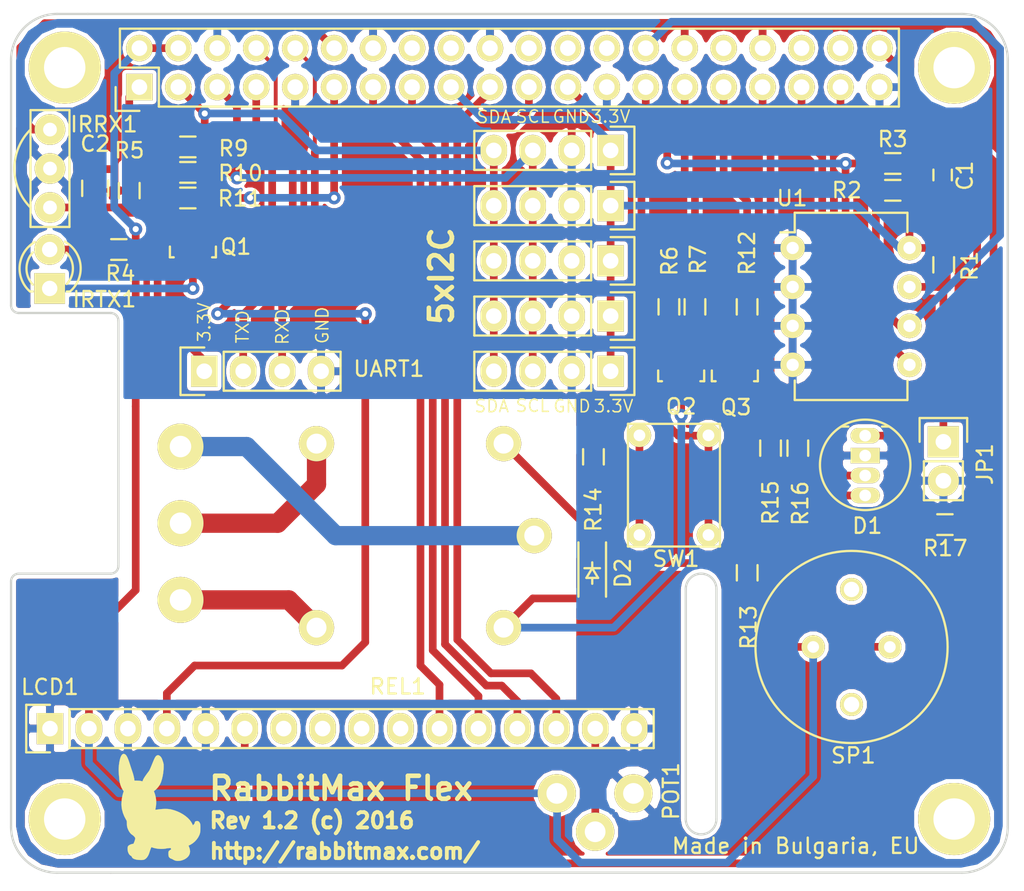
<source format=kicad_pcb>
(kicad_pcb (version 4) (host pcbnew 4.0.2+dfsg1-stable)
  (layers (0 F.Cu signal) (31 B.Cu signal) (34 B.Paste user hide) (35 F.Paste user hide) (36 B.SilkS user) (37 F.SilkS user) (38 B.Mask user hide) (39 F.Mask user hide) (44 Edge.Cuts user))
  (net 0 "")
  (net 1 GND)
  (net 2 +3V3)
  (net 3 "Net-(C2-Pad1)")
  (net 4 +5V)
  (net 5 "Net-(D2-Pad2)")
  (net 6 "Net-(Q1-Pad1)")
  (net 7 /D5)
  (net 8 /D6)
  (net 9 /D7)
  (net 10 /D4)
  (net 11 /EN)
  (net 12 /RS)
  (net 13 "Net-(JP1-Pad1)")
  (net 14 "Net-(Q2-Pad1)")
  (net 15 "Net-(Q3-Pad1)")
  (net 16 "Net-(Q3-Pad3)")
  (net 17 "Net-(R14-Pad1)")
  (net 18 /LED2)
  (net 19 /LED1)
  (net 20 "Net-(LCD1-Pad7)")
  (net 21 "Net-(LCD1-Pad8)")
  (net 22 "Net-(LCD1-Pad9)")
  (net 23 "Net-(LCD1-Pad10)")
  (net 24 "Net-(R2-Pad2)")
  (net 25 "Net-(R3-Pad2)")
  (net 26 "Net-(R9-Pad2)")
  (net 27 "Net-(R10-Pad2)")
  (net 28 "Net-(R12-Pad2)")
  (net 29 "Net-(RASP_CONN1-Pad23)")
  (net 30 "Net-(RASP_CONN1-Pad24)")
  (net 31 "Net-(RASP_CONN1-Pad26)")
  (net 32 "Net-(R7-Pad2)")
  (net 33 "Net-(RASP_CONN1-Pad38)")
  (net 34 "Net-(RASP_CONN1-Pad36)")
  (net 35 "Net-(RASP_CONN1-Pad32)")
  (net 36 "Net-(RASP_CONN1-Pad16)")
  (net 37 "Net-(RASP_CONN1-Pad18)")
  (net 38 "Net-(RASP_CONN1-Pad22)")
  (net 39 "Net-(D1-Pad1)")
  (net 40 "Net-(D1-Pad3)")
  (net 41 "Net-(D1-Pad4)")
  (net 42 /LED3)
  (net 43 /TXD)
  (net 44 /RXD)
  (net 45 "Net-(IRRX1-Pad1)")
  (net 46 "Net-(IRTX1-Pad1)")
  (net 47 "Net-(IRTX1-Pad2)")
  (net 48 "Net-(R11-Pad2)")
  (net 49 "Net-(KL1-Pad1)")
  (net 50 "Net-(KL1-Pad2)")
  (net 51 "Net-(KL1-Pad3)")
  (net 52 "Net-(LCD1-Pad15)")
  (module myfootprint:KLEMA_1x3 (layer F.Cu) (at 112.55 96.81 270)
    (fp_text reference KL1 hide)
    (fp_text value CONN_01X03)
    (pad 1 thru_hole circle (at 0 3.5 270) (size 3 3) (drill 1.4) (layers *.Cu *.Mask F.SilkS) (net 49 "Net-(KL1-Pad1)"))
    (pad 2 thru_hole circle (at 5 3.5 270) (size 3 3) (drill 1.4) (layers *.Cu *.Mask F.SilkS) (net 50 "Net-(KL1-Pad2)"))
    (pad 3 thru_hole circle (at 10 3.5 270) (size 3 3) (drill 1.4) (layers *.Cu *.Mask F.SilkS) (net 51 "Net-(KL1-Pad3)"))
  )
  (module myfootprint:Pin_Header_Straight_2x20 (layer F.Cu) (at 130.5 72.1 90)
    (fp_text reference RASP_CONN1 hide)
    (fp_text value Raspberry_PI hide)
    (pad 1 thru_hole rect (at -1.27 -24.13 90) (size 1.7272 1.7272) (drill 1.016) (layers *.Cu *.Mask F.SilkS) (net 2 +3V3))
    (pad 2 thru_hole oval (at 1.27 -24.13 90) (size 1.7272 1.7272) (drill 1.016) (layers *.Cu *.Mask F.SilkS) (net 4 +5V))
    (pad 3 thru_hole oval (at -1.27 -21.59 90) (size 1.7272 1.7272) (drill 1.016) (layers *.Cu *.Mask F.SilkS) (net 26 "Net-(R9-Pad2)"))
    (pad 4 thru_hole oval (at 1.27 -21.59 90) (size 1.7272 1.7272) (drill 1.016) (layers *.Cu *.Mask F.SilkS) (net 4 +5V))
    (pad 5 thru_hole oval (at -1.27 -19.05 90) (size 1.7272 1.7272) (drill 1.016) (layers *.Cu *.Mask F.SilkS) (net 27 "Net-(R10-Pad2)"))
    (pad 6 thru_hole oval (at 1.27 -19.05 90) (size 1.7272 1.7272) (drill 1.016) (layers *.Cu *.Mask F.SilkS) (net 1 GND))
    (pad 7 thru_hole oval (at -1.27 -16.51 90) (size 1.7272 1.7272) (drill 1.016) (layers *.Cu *.Mask F.SilkS) (net 12 /RS))
    (pad 8 thru_hole oval (at 1.27 -16.51 90) (size 1.7272 1.7272) (drill 1.016) (layers *.Cu *.Mask F.SilkS) (net 43 /TXD))
    (pad 9 thru_hole oval (at -1.27 -13.97 90) (size 1.7272 1.7272) (drill 1.016) (layers *.Cu *.Mask F.SilkS) (net 1 GND))
    (pad 10 thru_hole oval (at 1.27 -13.97 90) (size 1.7272 1.7272) (drill 1.016) (layers *.Cu *.Mask F.SilkS) (net 44 /RXD))
    (pad 11 thru_hole oval (at -1.27 -11.43 90) (size 1.7272 1.7272) (drill 1.016) (layers *.Cu *.Mask F.SilkS) (net 48 "Net-(R11-Pad2)"))
    (pad 12 thru_hole oval (at 1.27 -11.43 90) (size 1.7272 1.7272) (drill 1.016) (layers *.Cu *.Mask F.SilkS) (net 45 "Net-(IRRX1-Pad1)"))
    (pad 13 thru_hole oval (at -1.27 -8.89 90) (size 1.7272 1.7272) (drill 1.016) (layers *.Cu *.Mask F.SilkS) (net 10 /D4))
    (pad 14 thru_hole oval (at 1.27 -8.89 90) (size 1.7272 1.7272) (drill 1.016) (layers *.Cu *.Mask F.SilkS) (net 1 GND))
    (pad 15 thru_hole oval (at -1.27 -6.35 90) (size 1.7272 1.7272) (drill 1.016) (layers *.Cu *.Mask F.SilkS) (net 7 /D5))
    (pad 16 thru_hole oval (at 1.27 -6.35 90) (size 1.7272 1.7272) (drill 1.016) (layers *.Cu *.Mask F.SilkS) (net 36 "Net-(RASP_CONN1-Pad16)"))
    (pad 17 thru_hole oval (at -1.27 -3.81 90) (size 1.7272 1.7272) (drill 1.016) (layers *.Cu *.Mask F.SilkS) (net 2 +3V3))
    (pad 18 thru_hole oval (at 1.27 -3.81 90) (size 1.7272 1.7272) (drill 1.016) (layers *.Cu *.Mask F.SilkS) (net 37 "Net-(RASP_CONN1-Pad18)"))
    (pad 19 thru_hole oval (at -1.27 -1.27 90) (size 1.7272 1.7272) (drill 1.016) (layers *.Cu *.Mask F.SilkS) (net 8 /D6))
    (pad 20 thru_hole oval (at 1.27 -1.27 90) (size 1.7272 1.7272) (drill 1.016) (layers *.Cu *.Mask F.SilkS) (net 1 GND))
    (pad 21 thru_hole oval (at -1.27 1.27 90) (size 1.7272 1.7272) (drill 1.016) (layers *.Cu *.Mask F.SilkS) (net 9 /D7))
    (pad 22 thru_hole oval (at 1.27 1.27 90) (size 1.7272 1.7272) (drill 1.016) (layers *.Cu *.Mask F.SilkS) (net 38 "Net-(RASP_CONN1-Pad22)"))
    (pad 23 thru_hole oval (at -1.27 3.81 90) (size 1.7272 1.7272) (drill 1.016) (layers *.Cu *.Mask F.SilkS) (net 29 "Net-(RASP_CONN1-Pad23)"))
    (pad 24 thru_hole oval (at 1.27 3.81 90) (size 1.7272 1.7272) (drill 1.016) (layers *.Cu *.Mask F.SilkS) (net 30 "Net-(RASP_CONN1-Pad24)"))
    (pad 25 thru_hole oval (at -1.27 6.35 90) (size 1.7272 1.7272) (drill 1.016) (layers *.Cu *.Mask F.SilkS) (net 1 GND))
    (pad 26 thru_hole oval (at 1.27 6.35 90) (size 1.7272 1.7272) (drill 1.016) (layers *.Cu *.Mask F.SilkS) (net 31 "Net-(RASP_CONN1-Pad26)"))
    (pad 27 thru_hole oval (at -1.27 8.89 90) (size 1.7272 1.7272) (drill 1.016) (layers *.Cu *.Mask F.SilkS) (net 25 "Net-(R3-Pad2)"))
    (pad 28 thru_hole oval (at 1.27 8.89 90) (size 1.7272 1.7272) (drill 1.016) (layers *.Cu *.Mask F.SilkS) (net 24 "Net-(R2-Pad2)"))
    (pad 29 thru_hole oval (at -1.27 11.43 90) (size 1.7272 1.7272) (drill 1.016) (layers *.Cu *.Mask F.SilkS) (net 32 "Net-(R7-Pad2)"))
    (pad 30 thru_hole oval (at 1.27 11.43 90) (size 1.7272 1.7272) (drill 1.016) (layers *.Cu *.Mask F.SilkS) (net 1 GND))
    (pad 31 thru_hole oval (at -1.27 13.97 90) (size 1.7272 1.7272) (drill 1.016) (layers *.Cu *.Mask F.SilkS) (net 28 "Net-(R12-Pad2)"))
    (pad 32 thru_hole oval (at 1.27 13.97 90) (size 1.7272 1.7272) (drill 1.016) (layers *.Cu *.Mask F.SilkS) (net 35 "Net-(RASP_CONN1-Pad32)"))
    (pad 33 thru_hole oval (at -1.27 16.51 90) (size 1.7272 1.7272) (drill 1.016) (layers *.Cu *.Mask F.SilkS) (net 18 /LED2))
    (pad 34 thru_hole oval (at 1.27 16.51 90) (size 1.7272 1.7272) (drill 1.016) (layers *.Cu *.Mask F.SilkS) (net 1 GND))
    (pad 35 thru_hole oval (at -1.27 19.05 90) (size 1.7272 1.7272) (drill 1.016) (layers *.Cu *.Mask F.SilkS) (net 19 /LED1))
    (pad 36 thru_hole oval (at 1.27 19.05 90) (size 1.7272 1.7272) (drill 1.016) (layers *.Cu *.Mask F.SilkS) (net 34 "Net-(RASP_CONN1-Pad36)"))
    (pad 37 thru_hole oval (at -1.27 21.59 90) (size 1.7272 1.7272) (drill 1.016) (layers *.Cu *.Mask F.SilkS) (net 42 /LED3))
    (pad 38 thru_hole oval (at 1.27 21.59 90) (size 1.7272 1.7272) (drill 1.016) (layers *.Cu *.Mask F.SilkS) (net 33 "Net-(RASP_CONN1-Pad38)"))
    (pad 39 thru_hole oval (at -1.27 24.13 90) (size 1.7272 1.7272) (drill 1.016) (layers *.Cu *.Mask F.SilkS) (net 1 GND))
    (pad 40 thru_hole oval (at 1.27 24.13 90) (size 1.7272 1.7272) (drill 1.016) (layers *.Cu *.Mask F.SilkS) (net 11 /EN))
  )
  (module myfootprint:LED-RGB-5MM_Common_Anode (layer F.Cu) (at 153.7 96.1)
    (fp_text reference D1 (at 0.13682 5.8813 180) (layer F.SilkS))
    (fp_text value LED_RCBG)
    (pad 1 thru_hole oval (at 0 0) (size 1.905 1) (drill 0.762) (layers *.Cu *.Mask F.SilkS) (net 39 "Net-(D1-Pad1)"))
    (pad 2 thru_hole rect (at 0 1.3) (size 1.905 1) (drill 0.762) (layers *.Cu *.Mask F.SilkS) (net 1 GND))
    (pad 3 thru_hole oval (at 0 2.6) (size 1.905 1) (drill 0.762) (layers *.Cu *.Mask F.SilkS) (net 40 "Net-(D1-Pad3)"))
    (pad 4 thru_hole oval (at 0 3.9) (size 1.905 1) (drill 0.762) (layers *.Cu *.Mask F.SilkS) (net 41 "Net-(D1-Pad4)"))
  )
  (module TO_SOT_Packages_SMD:SOT-23 (layer F.Cu) (at 109.86 83.82 180)
    (fp_text reference Q1 (at -2.8 0.04 360) (layer F.SilkS))
    (fp_text value BC817)
    (pad 1 smd rect (at -0.95 1.00076 180) (size 0.8001 0.8001) (layers F.Cu F.Paste F.Mask) (net 6 "Net-(Q1-Pad1)"))
    (pad 2 smd rect (at 0.95 1.00076 180) (size 0.8001 0.8001) (layers F.Cu F.Paste F.Mask) (net 1 GND))
    (pad 3 smd rect (at 0 -0.99822 180) (size 0.8001 0.8001) (layers F.Cu F.Paste F.Mask) (net 46 "Net-(IRTX1-Pad1)"))
  )
  (module Mounting_Holes:MountingHole_2.7mm_M2.5_DIN965_Pad (layer F.Cu) (at 159.5 121.1)
    (fp_text reference REF4 hide)
    (fp_text value MountingHole_2.7mm_M2.5_DIN965_Pad hide)
    (pad 4 thru_hole circle (at 0 0) (size 4.7 4.7) (drill 2.7) (layers *.Cu *.Mask F.SilkS))
  )
  (module Mounting_Holes:MountingHole_2.7mm_M2.5_DIN965_Pad (layer F.Cu) (at 159.5 72.1)
    (fp_text reference REF2 hide)
    (fp_text value MountingHole_2.7mm_M2.5_DIN965_Pad hide)
    (pad 2 thru_hole circle (at 0 0) (size 4.7 4.7) (drill 2.7) (layers *.Cu *.Mask F.SilkS))
  )
  (module Mounting_Holes:MountingHole_2.7mm_M2.5_DIN965_Pad (layer F.Cu) (at 101.5 72.1)
    (fp_text reference REF1 hide)
    (fp_text value MountingHole_2.7mm_M2.5_DIN965_Pad hide)
    (pad 1 thru_hole circle (at 0 0) (size 4.7 4.7) (drill 2.7) (layers *.Cu *.Mask F.SilkS))
  )
  (module Mounting_Holes:MountingHole_2.7mm_M2.5_DIN965_Pad (layer F.Cu) (at 101.5 121.1)
    (fp_text reference REF3 hide)
    (fp_text value MountingHole_2.7mm_M2.5_DIN965_Pad hide)
    (pad 3 thru_hole circle (at 0 0) (size 4.7 4.7) (drill 2.7) (layers *.Cu *.Mask F.SilkS))
  )
  (module Capacitors_SMD:C_0603_HandSoldering (layer F.Cu) (at 158.75 79.1 90)
    (fp_text reference C1 (at -0.05 1.45 90) (layer F.SilkS))
    (fp_text value 0.1)
    (pad 1 smd rect (at -0.95 0 90) (size 1.2 0.75) (layers F.Cu F.Paste F.Mask) (net 2 +3V3))
    (pad 2 smd rect (at 0.95 0 90) (size 1.2 0.75) (layers F.Cu F.Paste F.Mask) (net 1 GND))
  )
  (module Resistors_SMD:R_0603_HandSoldering (layer F.Cu) (at 158.82 84.96 270)
    (fp_text reference R1 (at 0.08 -1.7 270) (layer F.SilkS))
    (fp_text value 1K)
    (pad 1 smd rect (at -1.1 0 270) (size 1.2 0.9) (layers F.Cu F.Paste F.Mask) (net 2 +3V3))
    (pad 2 smd rect (at 1.1 0 270) (size 1.2 0.9) (layers F.Cu F.Paste F.Mask) (net 13 "Net-(JP1-Pad1)"))
  )
  (module Resistors_SMD:R_0603_HandSoldering (layer F.Cu) (at 155.5 80.1 180)
    (fp_text reference R2 (at 3 0 180) (layer F.SilkS))
    (fp_text value 3.9K)
    (pad 1 smd rect (at -1.1 0 180) (size 1.2 0.9) (layers F.Cu F.Paste F.Mask) (net 2 +3V3))
    (pad 2 smd rect (at 1.1 0 180) (size 1.2 0.9) (layers F.Cu F.Paste F.Mask) (net 24 "Net-(R2-Pad2)"))
  )
  (module Resistors_SMD:R_0603_HandSoldering (layer F.Cu) (at 155.5 78.35 180)
    (fp_text reference R3 (at 0.01 1.58 180) (layer F.SilkS))
    (fp_text value 3.9K)
    (pad 1 smd rect (at -1.1 0 180) (size 1.2 0.9) (layers F.Cu F.Paste F.Mask) (net 2 +3V3))
    (pad 2 smd rect (at 1.1 0 180) (size 1.2 0.9) (layers F.Cu F.Paste F.Mask) (net 25 "Net-(R3-Pad2)"))
  )
  (module Capacitors_SMD:C_0805_HandSoldering (layer F.Cu) (at 103.49 79.97 90)
    (fp_text reference C2 (at 2.9 0 180) (layer F.SilkS))
    (fp_text value 4.7)
    (pad 1 smd rect (at -1.25 0 90) (size 1.5 1.25) (layers F.Cu F.Paste F.Mask) (net 3 "Net-(C2-Pad1)"))
    (pad 2 smd rect (at 1.25 0 90) (size 1.5 1.25) (layers F.Cu F.Paste F.Mask) (net 1 GND))
  )
  (module Resistors_SMD:R_0603_HandSoldering (layer F.Cu) (at 105.03 83.96 180)
    (fp_text reference R4 (at -0.1 -1.58 180) (layer F.SilkS))
    (fp_text value 380)
    (pad 1 smd rect (at -1.1 0 180) (size 1.2 0.9) (layers F.Cu F.Paste F.Mask) (net 4 +5V))
    (pad 2 smd rect (at 1.1 0 180) (size 1.2 0.9) (layers F.Cu F.Paste F.Mask) (net 47 "Net-(IRTX1-Pad2)"))
  )
  (module Resistors_SMD:R_0603_HandSoldering (layer F.Cu) (at 105.71 80.12 270)
    (fp_text reference R5 (at -2.62 -0.01 360) (layer F.SilkS))
    (fp_text value 470)
    (pad 1 smd rect (at -1.1 0 270) (size 1.2 0.9) (layers F.Cu F.Paste F.Mask) (net 2 +3V3))
    (pad 2 smd rect (at 1.1 0 270) (size 1.2 0.9) (layers F.Cu F.Paste F.Mask) (net 3 "Net-(C2-Pad1)"))
  )
  (module Resistors_SMD:R_0603_HandSoldering (layer F.Cu) (at 140.9 87.7 270)
    (fp_text reference R6 (at -2.99 -0.04 270) (layer F.SilkS))
    (fp_text value 27K)
    (pad 1 smd rect (at -1.1 0 270) (size 1.2 0.9) (layers F.Cu F.Paste F.Mask) (net 1 GND))
    (pad 2 smd rect (at 1.1 0 270) (size 1.2 0.9) (layers F.Cu F.Paste F.Mask) (net 14 "Net-(Q2-Pad1)"))
  )
  (module Resistors_SMD:R_0603_HandSoldering (layer F.Cu) (at 142.6 87.7 90)
    (fp_text reference R7 (at 3.09 0.2 90) (layer F.SilkS))
    (fp_text value 2.7K)
    (pad 1 smd rect (at -1.1 0 90) (size 1.2 0.9) (layers F.Cu F.Paste F.Mask) (net 14 "Net-(Q2-Pad1)"))
    (pad 2 smd rect (at 1.1 0 90) (size 1.2 0.9) (layers F.Cu F.Paste F.Mask) (net 32 "Net-(R7-Pad2)"))
  )
  (module Pin_Headers:Pin_Header_Straight_1x02 (layer F.Cu) (at 158.8 96.5)
    (fp_text reference JP1 (at 2.71 1.46 90) (layer F.SilkS))
    (fp_text value JUMPER)
    (pad 1 thru_hole rect (at 0 0) (size 2.032 2.032) (drill 1.016) (layers *.Cu *.Mask F.SilkS) (net 13 "Net-(JP1-Pad1)"))
    (pad 2 thru_hole oval (at 0 2.54) (size 2.032 2.032) (drill 1.016) (layers *.Cu *.Mask F.SilkS) (net 1 GND))
  )
  (module TO_SOT_Packages_SMD:SOT-23 (layer F.Cu) (at 141.7 91.9 180)
    (fp_text reference Q2 (at 0 -2.3 360) (layer F.SilkS))
    (fp_text value BC817)
    (pad 1 smd rect (at -0.95 1.00076 180) (size 0.8001 0.8001) (layers F.Cu F.Paste F.Mask) (net 14 "Net-(Q2-Pad1)"))
    (pad 2 smd rect (at 0.95 1.00076 180) (size 0.8001 0.8001) (layers F.Cu F.Paste F.Mask) (net 1 GND))
    (pad 3 smd rect (at 0 -0.99822 180) (size 0.8001 0.8001) (layers F.Cu F.Paste F.Mask) (net 5 "Net-(D2-Pad2)"))
  )
  (module TO_SOT_Packages_SMD:SOT-23 (layer F.Cu) (at 145.2 91.9 180)
    (fp_text reference Q3 (at -0.08 -2.35 360) (layer F.SilkS))
    (fp_text value BC817)
    (pad 1 smd rect (at -0.95 1.00076 180) (size 0.8001 0.8001) (layers F.Cu F.Paste F.Mask) (net 15 "Net-(Q3-Pad1)"))
    (pad 2 smd rect (at 0.95 1.00076 180) (size 0.8001 0.8001) (layers F.Cu F.Paste F.Mask) (net 1 GND))
    (pad 3 smd rect (at 0 -0.99822 180) (size 0.8001 0.8001) (layers F.Cu F.Paste F.Mask) (net 16 "Net-(Q3-Pad3)"))
  )
  (module Resistors_SMD:R_0603_HandSoldering (layer F.Cu) (at 109.53 77.27)
    (fp_text reference R9 (at 2.98 0.1) (layer F.SilkS))
    (fp_text value 3.9K)
    (pad 1 smd rect (at -1.1 0) (size 1.2 0.9) (layers F.Cu F.Paste F.Mask) (net 2 +3V3))
    (pad 2 smd rect (at 1.1 0) (size 1.2 0.9) (layers F.Cu F.Paste F.Mask) (net 26 "Net-(R9-Pad2)"))
  )
  (module Resistors_SMD:R_0603_HandSoldering (layer F.Cu) (at 109.53 78.93)
    (fp_text reference R10 (at 3.43 0.05) (layer F.SilkS))
    (fp_text value 3.9K)
    (pad 1 smd rect (at -1.1 0) (size 1.2 0.9) (layers F.Cu F.Paste F.Mask) (net 2 +3V3))
    (pad 2 smd rect (at 1.1 0) (size 1.2 0.9) (layers F.Cu F.Paste F.Mask) (net 27 "Net-(R10-Pad2)"))
  )
  (module Resistors_SMD:R_0603_HandSoldering (layer F.Cu) (at 109.53 80.6)
    (fp_text reference R11 (at 3.4 0.04 180) (layer F.SilkS))
    (fp_text value 10K)
    (pad 1 smd rect (at -1.1 0) (size 1.2 0.9) (layers F.Cu F.Paste F.Mask) (net 6 "Net-(Q1-Pad1)"))
    (pad 2 smd rect (at 1.1 0) (size 1.2 0.9) (layers F.Cu F.Paste F.Mask) (net 48 "Net-(R11-Pad2)"))
  )
  (module Resistors_SMD:R_0603_HandSoldering (layer F.Cu) (at 146 87.7 90)
    (fp_text reference R12 (at 3.5 0 90) (layer F.SilkS))
    (fp_text value 10K)
    (pad 1 smd rect (at -1.1 0 90) (size 1.2 0.9) (layers F.Cu F.Paste F.Mask) (net 15 "Net-(Q3-Pad1)"))
    (pad 2 smd rect (at 1.1 0 90) (size 1.2 0.9) (layers F.Cu F.Paste F.Mask) (net 28 "Net-(R12-Pad2)"))
  )
  (module Resistors_SMD:R_0603_HandSoldering (layer F.Cu) (at 146.006 105.042 90)
    (fp_text reference R13 (at -3.558 0.094 90) (layer F.SilkS))
    (fp_text value 1K)
    (pad 1 smd rect (at -1.1 0 90) (size 1.2 0.9) (layers F.Cu F.Paste F.Mask) (net 4 +5V))
    (pad 2 smd rect (at 1.1 0 90) (size 1.2 0.9) (layers F.Cu F.Paste F.Mask) (net 16 "Net-(Q3-Pad3)"))
  )
  (module Resistors_SMD:R_0603_HandSoldering (layer F.Cu) (at 135.98 97.48 90)
    (fp_text reference R14 (at -3.45 0 90) (layer F.SilkS))
    (fp_text value 1K)
    (pad 1 smd rect (at -1.1 0 90) (size 1.2 0.9) (layers F.Cu F.Paste F.Mask) (net 17 "Net-(R14-Pad1)"))
    (pad 2 smd rect (at 1.1 0 90) (size 1.2 0.9) (layers F.Cu F.Paste F.Mask) (net 1 GND))
  )
  (module Housings_DIP:DIP-8_W7.62mm (layer F.Cu) (at 148.97 83.86)
    (fp_text reference U1 (at -0.04 -3.24) (layer F.SilkS))
    (fp_text value CAT24C32WI-GT3)
    (pad 1 thru_hole oval (at 0 0) (size 1.6 1.6) (drill 0.8) (layers *.Cu *.Mask F.SilkS) (net 1 GND))
    (pad 2 thru_hole oval (at 0 2.54) (size 1.6 1.6) (drill 0.8) (layers *.Cu *.Mask F.SilkS) (net 1 GND))
    (pad 3 thru_hole oval (at 0 5.08) (size 1.6 1.6) (drill 0.8) (layers *.Cu *.Mask F.SilkS) (net 1 GND))
    (pad 4 thru_hole oval (at 0 7.62) (size 1.6 1.6) (drill 0.8) (layers *.Cu *.Mask F.SilkS) (net 1 GND))
    (pad 5 thru_hole oval (at 7.62 7.62) (size 1.6 1.6) (drill 0.8) (layers *.Cu *.Mask F.SilkS) (net 25 "Net-(R3-Pad2)"))
    (pad 6 thru_hole oval (at 7.62 5.08) (size 1.6 1.6) (drill 0.8) (layers *.Cu *.Mask F.SilkS) (net 24 "Net-(R2-Pad2)"))
    (pad 7 thru_hole oval (at 7.62 2.54) (size 1.6 1.6) (drill 0.8) (layers *.Cu *.Mask F.SilkS) (net 13 "Net-(JP1-Pad1)"))
    (pad 8 thru_hole oval (at 7.62 0) (size 1.6 1.6) (drill 0.8) (layers *.Cu *.Mask F.SilkS) (net 2 +3V3))
  )
  (module Resistors_SMD:R_0603_HandSoldering (layer F.Cu) (at 147.53 96.914 270)
    (fp_text reference R15 (at 3.556 0 270) (layer F.SilkS))
    (fp_text value 60)
    (pad 1 smd rect (at -1.1 0 270) (size 1.2 0.9) (layers F.Cu F.Paste F.Mask) (net 18 /LED2))
    (pad 2 smd rect (at 1.1 0 270) (size 1.2 0.9) (layers F.Cu F.Paste F.Mask) (net 41 "Net-(D1-Pad4)"))
  )
  (module Resistors_SMD:R_0603_HandSoldering (layer F.Cu) (at 149.308 96.914 270)
    (fp_text reference R16 (at 3.6 -0.16 270) (layer F.SilkS))
    (fp_text value 300)
    (pad 1 smd rect (at -1.1 0 270) (size 1.2 0.9) (layers F.Cu F.Paste F.Mask) (net 19 /LED1))
    (pad 2 smd rect (at 1.1 0 270) (size 1.2 0.9) (layers F.Cu F.Paste F.Mask) (net 40 "Net-(D1-Pad3)"))
  )
  (module Pin_Headers:Pin_Header_Straight_1x16 (layer F.Cu) (at 100.54 115.202 90)
    (fp_text reference LCD1 (at 2.712 -0.01 180) (layer F.SilkS))
    (fp_text value LCD_16x2)
    (pad 1 thru_hole rect (at 0 0 90) (size 2.032 1.7272) (drill 1.016) (layers *.Cu *.Mask F.SilkS) (net 1 GND))
    (pad 2 thru_hole oval (at 0 2.54 90) (size 2.032 1.7272) (drill 1.016) (layers *.Cu *.Mask F.SilkS) (net 4 +5V))
    (pad 3 thru_hole oval (at 0 5.08 90) (size 2.032 1.7272) (drill 1.016) (layers *.Cu *.Mask F.SilkS) (net 1 GND))
    (pad 4 thru_hole oval (at 0 7.62 90) (size 2.032 1.7272) (drill 1.016) (layers *.Cu *.Mask F.SilkS) (net 12 /RS))
    (pad 5 thru_hole oval (at 0 10.16 90) (size 2.032 1.7272) (drill 1.016) (layers *.Cu *.Mask F.SilkS) (net 1 GND))
    (pad 6 thru_hole oval (at 0 12.7 90) (size 2.032 1.7272) (drill 1.016) (layers *.Cu *.Mask F.SilkS) (net 11 /EN))
    (pad 7 thru_hole oval (at 0 15.24 90) (size 2.032 1.7272) (drill 1.016) (layers *.Cu *.Mask F.SilkS) (net 20 "Net-(LCD1-Pad7)"))
    (pad 8 thru_hole oval (at 0 17.78 90) (size 2.032 1.7272) (drill 1.016) (layers *.Cu *.Mask F.SilkS) (net 21 "Net-(LCD1-Pad8)"))
    (pad 9 thru_hole oval (at 0 20.32 90) (size 2.032 1.7272) (drill 1.016) (layers *.Cu *.Mask F.SilkS) (net 22 "Net-(LCD1-Pad9)"))
    (pad 10 thru_hole oval (at 0 22.86 90) (size 2.032 1.7272) (drill 1.016) (layers *.Cu *.Mask F.SilkS) (net 23 "Net-(LCD1-Pad10)"))
    (pad 11 thru_hole oval (at 0 25.4 90) (size 2.032 1.7272) (drill 1.016) (layers *.Cu *.Mask F.SilkS) (net 10 /D4))
    (pad 12 thru_hole oval (at 0 27.94 90) (size 2.032 1.7272) (drill 1.016) (layers *.Cu *.Mask F.SilkS) (net 7 /D5))
    (pad 13 thru_hole oval (at 0 30.48 90) (size 2.032 1.7272) (drill 1.016) (layers *.Cu *.Mask F.SilkS) (net 8 /D6))
    (pad 14 thru_hole oval (at 0 33.02 90) (size 2.032 1.7272) (drill 1.016) (layers *.Cu *.Mask F.SilkS) (net 9 /D7))
    (pad 15 thru_hole oval (at 0 35.56 90) (size 2.032 1.7272) (drill 1.016) (layers *.Cu *.Mask F.SilkS) (net 52 "Net-(LCD1-Pad15)"))
    (pad 16 thru_hole oval (at 0 38.1 90) (size 2.032 1.7272) (drill 1.016) (layers *.Cu *.Mask F.SilkS) (net 1 GND))
  )
  (module Resistors_SMD:R_0603_HandSoldering (layer F.Cu) (at 158.9 101.9)
    (fp_text reference R17 (at 0.02 1.54) (layer F.SilkS))
    (fp_text value 60)
    (pad 1 smd rect (at -1.1 0) (size 1.2 0.9) (layers F.Cu F.Paste F.Mask) (net 39 "Net-(D1-Pad1)"))
    (pad 2 smd rect (at 1.1 0) (size 1.2 0.9) (layers F.Cu F.Paste F.Mask) (net 42 /LED3))
  )
  (module myfootprint:TSOP38X (layer F.Cu) (at 103.08 78.68 270)
    (fp_text reference IRRX1 (at -2.88 -0.98 360) (layer F.SilkS))
    (fp_text value TSOP34838)
    (pad 1 thru_hole circle (at -2.54 2.54 270) (size 2 2) (drill 0.9) (layers *.Cu *.Mask F.SilkS) (net 45 "Net-(IRRX1-Pad1)"))
    (pad 2 thru_hole circle (at 0 2.54 270) (size 2 2) (drill 0.9) (layers *.Cu *.Mask F.SilkS) (net 1 GND))
    (pad 3 thru_hole circle (at 2.54 2.54 270) (size 2 2) (drill 0.9) (layers *.Cu *.Mask F.SilkS) (net 3 "Net-(C2-Pad1)"))
  )
  (module LEDs:LED-3MM (layer F.Cu) (at 100.52 86.5 90)
    (fp_text reference IRTX1 (at -0.7112 3.56838 180) (layer F.SilkS))
    (fp_text value L-934F3BT)
    (pad 1 thru_hole rect (at 0 0 180) (size 2 2) (drill 1.00076) (layers *.Cu *.Mask F.SilkS) (net 46 "Net-(IRTX1-Pad1)"))
    (pad 2 thru_hole circle (at 2.54 0 90) (size 2 2) (drill 1.00076) (layers *.Cu *.Mask F.SilkS) (net 47 "Net-(IRTX1-Pad2)"))
  )
  (module Pin_Headers:Pin_Header_Straight_1x04 (layer F.Cu) (at 110.6 91.9 90)
    (fp_text reference UART1 (at 0.16 12.04 180) (layer F.SilkS))
    (fp_text value CONN_01X04)
    (pad 1 thru_hole rect (at 0 0 90) (size 2.032 1.7272) (drill 1.016) (layers *.Cu *.Mask F.SilkS) (net 2 +3V3))
    (pad 2 thru_hole oval (at 0 2.54 90) (size 2.032 1.7272) (drill 1.016) (layers *.Cu *.Mask F.SilkS) (net 43 /TXD))
    (pad 3 thru_hole oval (at 0 5.08 90) (size 2.032 1.7272) (drill 1.016) (layers *.Cu *.Mask F.SilkS) (net 44 /RXD))
    (pad 4 thru_hole oval (at 0 7.62 90) (size 2.032 1.7272) (drill 1.016) (layers *.Cu *.Mask F.SilkS) (net 1 GND))
  )
  (module Pin_Headers:Pin_Header_Straight_1x04 (layer F.Cu) (at 137.1 91.9 270)
    (fp_text reference SENS4 hide)
    (fp_text value I2C_SENS_1)
    (pad 1 thru_hole rect (at 0 0 270) (size 2.032 1.7272) (drill 1.016) (layers *.Cu *.Mask F.SilkS) (net 2 +3V3))
    (pad 2 thru_hole oval (at 0 2.54 270) (size 2.032 1.7272) (drill 1.016) (layers *.Cu *.Mask F.SilkS) (net 1 GND))
    (pad 3 thru_hole oval (at 0 5.08 270) (size 2.032 1.7272) (drill 1.016) (layers *.Cu *.Mask F.SilkS) (net 27 "Net-(R10-Pad2)"))
    (pad 4 thru_hole oval (at 0 7.62 270) (size 2.032 1.7272) (drill 1.016) (layers *.Cu *.Mask F.SilkS) (net 26 "Net-(R9-Pad2)"))
  )
  (module Pin_Headers:Pin_Header_Straight_1x04 (layer F.Cu) (at 137.1 77.5 270)
    (fp_text reference SENS5 hide)
    (fp_text value I2C_SENS_1)
    (pad 1 thru_hole rect (at 0 0 270) (size 2.032 1.7272) (drill 1.016) (layers *.Cu *.Mask F.SilkS) (net 2 +3V3))
    (pad 2 thru_hole oval (at 0 2.54 270) (size 2.032 1.7272) (drill 1.016) (layers *.Cu *.Mask F.SilkS) (net 1 GND))
    (pad 3 thru_hole oval (at 0 5.08 270) (size 2.032 1.7272) (drill 1.016) (layers *.Cu *.Mask F.SilkS) (net 27 "Net-(R10-Pad2)"))
    (pad 4 thru_hole oval (at 0 7.62 270) (size 2.032 1.7272) (drill 1.016) (layers *.Cu *.Mask F.SilkS) (net 26 "Net-(R9-Pad2)"))
  )
  (module Pin_Headers:Pin_Header_Straight_1x04 (layer F.Cu) (at 137.1 88.3 270)
    (fp_text reference SENS1 hide)
    (fp_text value I2C_SENS_1)
    (pad 1 thru_hole rect (at 0 0 270) (size 2.032 1.7272) (drill 1.016) (layers *.Cu *.Mask F.SilkS) (net 2 +3V3))
    (pad 2 thru_hole oval (at 0 2.54 270) (size 2.032 1.7272) (drill 1.016) (layers *.Cu *.Mask F.SilkS) (net 1 GND))
    (pad 3 thru_hole oval (at 0 5.08 270) (size 2.032 1.7272) (drill 1.016) (layers *.Cu *.Mask F.SilkS) (net 27 "Net-(R10-Pad2)"))
    (pad 4 thru_hole oval (at 0 7.62 270) (size 2.032 1.7272) (drill 1.016) (layers *.Cu *.Mask F.SilkS) (net 26 "Net-(R9-Pad2)"))
  )
  (module Pin_Headers:Pin_Header_Straight_1x04 (layer F.Cu) (at 137.1 84.7 270)
    (fp_text reference SENS2 hide)
    (fp_text value I2C_SENS_1)
    (pad 1 thru_hole rect (at 0 0 270) (size 2.032 1.7272) (drill 1.016) (layers *.Cu *.Mask F.SilkS) (net 2 +3V3))
    (pad 2 thru_hole oval (at 0 2.54 270) (size 2.032 1.7272) (drill 1.016) (layers *.Cu *.Mask F.SilkS) (net 1 GND))
    (pad 3 thru_hole oval (at 0 5.08 270) (size 2.032 1.7272) (drill 1.016) (layers *.Cu *.Mask F.SilkS) (net 27 "Net-(R10-Pad2)"))
    (pad 4 thru_hole oval (at 0 7.62 270) (size 2.032 1.7272) (drill 1.016) (layers *.Cu *.Mask F.SilkS) (net 26 "Net-(R9-Pad2)"))
  )
  (module Pin_Headers:Pin_Header_Straight_1x04 (layer F.Cu) (at 137.1 81.1 270)
    (fp_text reference SENS3 hide)
    (fp_text value I2C_SENS_1)
    (pad 1 thru_hole rect (at 0 0 270) (size 2.032 1.7272) (drill 1.016) (layers *.Cu *.Mask F.SilkS) (net 2 +3V3))
    (pad 2 thru_hole oval (at 0 2.54 270) (size 2.032 1.7272) (drill 1.016) (layers *.Cu *.Mask F.SilkS) (net 1 GND))
    (pad 3 thru_hole oval (at 0 5.08 270) (size 2.032 1.7272) (drill 1.016) (layers *.Cu *.Mask F.SilkS) (net 27 "Net-(R10-Pad2)"))
    (pad 4 thru_hole oval (at 0 7.62 270) (size 2.032 1.7272) (drill 1.016) (layers *.Cu *.Mask F.SilkS) (net 26 "Net-(R9-Pad2)"))
  )
  (module myfootprint:RAS-05-15 (layer F.Cu) (at 120.02 95.12)
    (fp_text reference REL1 (at 3.19458 17.3388) (layer F.SilkS))
    (fp_text value RAS-05-15)
    (pad 1 thru_hole circle (at -2.1 1.5) (size 2.3 2.3) (drill 1.3) (layers *.Cu *.Mask F.SilkS) (net 50 "Net-(KL1-Pad2)"))
    (pad 2 thru_hole circle (at 10.1 1.5) (size 2.3 2.3) (drill 1.3) (layers *.Cu *.Mask F.SilkS) (net 4 +5V))
    (pad 3 thru_hole circle (at -2.1 13.5) (size 2.3 2.3) (drill 1.3) (layers *.Cu *.Mask F.SilkS) (net 51 "Net-(KL1-Pad3)"))
    (pad 4 thru_hole circle (at 10.1 13.5) (size 2.3 2.3) (drill 1.3) (layers *.Cu *.Mask F.SilkS) (net 5 "Net-(D2-Pad2)"))
    (pad 5 thru_hole circle (at 12.1 7.5) (size 2.3 2.3) (drill 1.3) (layers *.Cu *.Mask F.SilkS) (net 49 "Net-(KL1-Pad1)"))
  )
  (module myfootprint:TACT_SW_6 (layer F.Cu) (at 143.48 102.58 180)
    (fp_text reference SW1 (at 2.11458 -1.55776 180) (layer F.SilkS))
    (fp_text value SW_PUSH)
    (pad 1 thru_hole circle (at 0 0 180) (size 1.524 1.524) (drill 0.762) (layers *.Cu *.Mask F.SilkS) (net 29 "Net-(RASP_CONN1-Pad23)"))
    (pad 2 thru_hole circle (at 4.5 0 180) (size 1.524 1.524) (drill 0.762) (layers *.Cu *.Mask F.SilkS) (net 17 "Net-(R14-Pad1)"))
    (pad 1 thru_hole circle (at 0 6.5 180) (size 1.524 1.524) (drill 0.762) (layers *.Cu *.Mask F.SilkS) (net 29 "Net-(RASP_CONN1-Pad23)"))
    (pad 2 thru_hole circle (at 4.5 6.5 180) (size 1.524 1.524) (drill 0.762) (layers *.Cu *.Mask F.SilkS) (net 17 "Net-(R14-Pad1)"))
  )
  (module Diodes_SMD:SOD-123 (layer F.Cu) (at 135.9 105.06 270)
    (fp_text reference D2 (at 0 -2 270) (layer F.SilkS))
    (fp_text value 1N4148)
    (pad 1 smd rect (at -1.635 0 270) (size 0.91 1.22) (layers F.Cu F.Paste F.Mask) (net 4 +5V))
    (pad 2 smd rect (at 1.635 0 270) (size 0.91 1.22) (layers F.Cu F.Paste F.Mask) (net 5 "Net-(D2-Pad2)"))
  )
  (module myfootprint:MURATA_PKM13 (layer F.Cu) (at 150.31 109.88)
    (fp_text reference SP1 (at 2.6175 7.08222) (layer F.SilkS))
    (fp_text value MCKPI-G1410-3668)
    (pad 1 thru_hole circle (at 0 0) (size 1.524 1.524) (drill 0.762) (layers *.Cu *.Mask F.SilkS) (net 4 +5V))
    (pad 2 thru_hole circle (at 5 0) (size 1.524 1.524) (drill 0.762) (layers *.Cu *.Mask F.SilkS) (net 16 "Net-(Q3-Pad3)"))
    (pad "" np_thru_hole circle (at 2.5 -3.75) (size 1.5 1.5) (drill 1) (layers *.Cu *.Mask F.SilkS))
    (pad "" np_thru_hole circle (at 2.5 3.75) (size 1.5 1.5) (drill 1) (layers *.Cu *.Mask F.SilkS))
  )
  (module myfootprint:POT_VERT (layer F.Cu) (at 133.59 119.43 90)
    (fp_text reference POT1 (at 0.14622 7.45538 90) (layer F.SilkS))
    (fp_text value 10K)
    (pad 1 thru_hole circle (at 0 0 90) (size 2.5 2.5) (drill 1.35) (layers *.Cu *.Mask F.SilkS) (net 4 +5V))
    (pad 2 thru_hole circle (at -2.5 2.5 90) (size 2.5 2.5) (drill 1.35) (layers *.Cu *.Mask F.SilkS) (net 52 "Net-(LCD1-Pad15)"))
    (pad 3 thru_hole circle (at 0 5 90) (size 2.5 2.5) (drill 1.35) (layers *.Cu *.Mask F.SilkS) (net 1 GND))
  )
  (module myfootprint:logo (layer F.Cu) (at 107.65 120.35)
    (fp_text reference G*** hide)
    (fp_text value LOGO hide)
  )
  (gr_text http://rabbitmax.com/ (at 119.775 123.2) (layer F.SilkS) (effects (font (size 1 1) (thickness 0.25))))
  (gr_text "Rev 1.2 (c) 2016" (at 117.625 121.2) (layer F.SilkS) (effects (font (size 1 1) (thickness 0.25))))
  (gr_text "RabbitMax Flex\n" (at 119.525 119.1) (layer F.SilkS) (effects (font (size 1.5 1.5) (thickness 0.3))))
  (gr_text "Made in Bulgaria, EU" (at 149.1683 122.85502) (layer F.SilkS) (effects (font (size 1 1))))
  (gr_text 5xI2C (at 126.07 85.69 90) (layer F.SilkS) (effects (font (size 1.5 1.5) (thickness 0.3))))
  (gr_text GND (at 134.54 75.29) (layer F.SilkS) (effects (font (size 0.8 0.8) (thickness 0.1))))
  (gr_text SCL (at 132.02 75.29) (layer F.SilkS) (effects (font (size 0.8 0.8) (thickness 0.1))))
  (gr_text 3.3V (at 137.09 75.29) (layer F.SilkS) (effects (font (size 0.8 0.8) (thickness 0.1))))
  (gr_text SDA (at 129.49 75.32) (layer F.SilkS) (effects (font (size 0.8 0.8) (thickness 0.1))))
  (gr_text 3.3V (at 137.29 94.18) (layer F.SilkS) (effects (font (size 0.8 0.8) (thickness 0.1))))
  (gr_text GND (at 134.58 94.18) (layer F.SilkS) (effects (font (size 0.8 0.8) (thickness 0.1))))
  (gr_text SDA (at 129.35 94.17) (layer F.SilkS) (effects (font (size 0.8 0.8) (thickness 0.1))))
  (gr_text SCL (at 132.01 94.15) (layer F.SilkS) (effects (font (size 0.8 0.8) (thickness 0.1))))
  (gr_text GND (at 118.3 88.9 90) (layer F.SilkS) (effects (font (size 0.8 0.8) (thickness 0.1))))
  (gr_text 3.3V (at 110.6 88.7 90) (layer F.SilkS) (effects (font (size 0.8 0.8) (thickness 0.1))))
  (gr_text TXD (at 113.1 89 90) (layer F.SilkS) (effects (font (size 0.8 0.8) (thickness 0.1))))
  (gr_text RXD (at 115.7 89 90) (layer F.SilkS) (effects (font (size 0.8 0.8) (thickness 0.1))))
  (gr_line (start 105 88.6) (end 105 104.6) (angle 90) (layer Edge.Cuts) (width 0.15))
  (gr_line (start 98 71.6) (end 98 87.6) (angle 90) (layer Edge.Cuts) (width 0.15))
  (gr_line (start 98 121.6) (end 98 105.6) (angle 90) (layer Edge.Cuts) (width 0.15))
  (gr_line (start 104.5 124.6) (end 101 124.6) (angle 90) (layer Edge.Cuts) (width 0.15))
  (gr_line (start 160 124.6) (end 104.5 124.6) (angle 90) (layer Edge.Cuts) (width 0.15))
  (gr_line (start 163 121.6) (end 163 119.6) (angle 90) (layer Edge.Cuts) (width 0.15))
  (gr_line (start 144 121.1) (end 144 106.1) (angle 90) (layer Edge.Cuts) (width 0.15))
  (gr_line (start 142 106.1) (end 142 121.1) (angle 90) (layer Edge.Cuts) (width 0.15))
  (gr_arc (start 143 106.1) (end 143 105.1) (angle 90) (layer Edge.Cuts) (width 0.15))
  (gr_arc (start 143 106.1) (end 142 106.1) (angle 90) (layer Edge.Cuts) (width 0.15))
  (gr_arc (start 143 121.1) (end 143 122.1) (angle 90) (layer Edge.Cuts) (width 0.15))
  (gr_arc (start 143 121.1) (end 144 121.1) (angle 90) (layer Edge.Cuts) (width 0.15))
  (gr_line (start 98.5 88.1) (end 104.5 88.1) (angle 90) (layer Edge.Cuts) (width 0.15))
  (gr_line (start 98.5 105.1) (end 104.5 105.1) (angle 90) (layer Edge.Cuts) (width 0.15))
  (gr_arc (start 98.5 87.6) (end 98.5 88.1) (angle 90) (layer Edge.Cuts) (width 0.15))
  (gr_arc (start 104.5 88.6) (end 104.5 88.1) (angle 90) (layer Edge.Cuts) (width 0.15))
  (gr_arc (start 104.5 104.6) (end 105 104.6) (angle 90) (layer Edge.Cuts) (width 0.15))
  (gr_arc (start 98.5 105.6) (end 98 105.6) (angle 90) (layer Edge.Cuts) (width 0.15))
  (gr_line (start 163 117.6) (end 163 119.6) (angle 90) (layer Edge.Cuts) (width 0.15))
  (gr_line (start 163 71.6) (end 163 73.6) (angle 90) (layer Edge.Cuts) (width 0.15))
  (gr_line (start 158 68.6) (end 160 68.6) (angle 90) (layer Edge.Cuts) (width 0.15))
  (gr_line (start 101 68.6) (end 103 68.6) (angle 90) (layer Edge.Cuts) (width 0.15))
  (gr_arc (start 101 121.6) (end 101 124.6) (angle 90) (layer Edge.Cuts) (width 0.15))
  (gr_arc (start 160 121.6) (end 163 121.6) (angle 90) (layer Edge.Cuts) (width 0.15))
  (gr_arc (start 101 71.6) (end 98 71.6) (angle 90) (layer Edge.Cuts) (width 0.15))
  (gr_arc (start 160 71.6) (end 160 68.6) (angle 90) (layer Edge.Cuts) (width 0.15))
  (gr_line (start 158 68.6) (end 103 68.6) (angle 90) (layer Edge.Cuts) (width 0.15))
  (gr_line (start 163 117.6) (end 163 73.6) (angle 90) (layer Edge.Cuts) (width 0.15))
  (segment (start 134.56 77.5) (end 134.56 81.1) (width 0.5) (layer F.Cu) (net 1))
  (segment (start 134.56 84.7) (end 134.56 81.1) (width 0.5) (layer F.Cu) (net 1))
  (segment (start 134.56 88.3) (end 134.56 91.9) (width 0.5) (layer F.Cu) (net 1))
  (segment (start 134.56 88.3) (end 134.56 84.7) (width 0.5) (layer F.Cu) (net 1))
  (segment (start 153.15 81.1) (end 151.32 81.1) (width 0.5) (layer B.Cu) (net 2))
  (segment (start 156.59 83.86) (end 155.91 83.86) (width 0.5) (layer B.Cu) (net 2))
  (segment (start 155.91 83.86) (end 153.15 81.1) (width 0.5) (layer B.Cu) (net 2))
  (segment (start 151.32 81.1) (end 137.1 81.1) (width 0.5) (layer B.Cu) (net 2))
  (segment (start 108.43 77.27) (end 108.43 78.93) (width 0.5) (layer F.Cu) (net 2))
  (segment (start 108.43 78.93) (end 108.42 78.94) (width 0.5) (layer F.Cu) (net 2))
  (segment (start 108.42 78.94) (end 107.08 78.94) (width 0.5) (layer F.Cu) (net 2))
  (segment (start 110.6 91.9) (end 110.6 91.21) (width 0.5) (layer F.Cu) (net 2))
  (segment (start 110.6 91.21) (end 107.56 88.17) (width 0.5) (layer F.Cu) (net 2))
  (segment (start 107.56 88.17) (end 107.56 82.22) (width 0.5) (layer F.Cu) (net 2))
  (segment (start 107.56 82.22) (end 107.08 81.74) (width 0.5) (layer F.Cu) (net 2))
  (segment (start 107.08 81.74) (end 107.08 78.94) (width 0.5) (layer F.Cu) (net 2))
  (segment (start 107.08 78.94) (end 105.79 78.94) (width 0.5) (layer F.Cu) (net 2))
  (segment (start 105.79 78.94) (end 105.71 79.02) (width 0.5) (layer F.Cu) (net 2))
  (segment (start 137.1 77.5) (end 137.1 77) (width 0.5) (layer B.Cu) (net 2))
  (segment (start 137.1 77) (end 135.6 75.5) (width 0.5) (layer B.Cu) (net 2))
  (segment (start 128.82 75.5) (end 126.69 73.37) (width 0.5) (layer B.Cu) (net 2))
  (segment (start 135.6 75.5) (end 128.82 75.5) (width 0.5) (layer B.Cu) (net 2))
  (segment (start 156.59 83.86) (end 156.59 80.11) (width 0.5) (layer F.Cu) (net 2))
  (segment (start 156.59 80.11) (end 156.6 80.1) (width 0.5) (layer F.Cu) (net 2))
  (segment (start 156.6 78.35) (end 156.6 80.1) (width 0.5) (layer F.Cu) (net 2))
  (segment (start 158.75 80.05) (end 156.65 80.05) (width 0.5) (layer F.Cu) (net 2))
  (segment (start 156.65 80.05) (end 156.6 80.1) (width 0.5) (layer F.Cu) (net 2))
  (segment (start 158.82 83.86) (end 156.59 83.86) (width 0.5) (layer F.Cu) (net 2))
  (segment (start 105.71 79.02) (end 105.71 74.03) (width 0.5) (layer F.Cu) (net 2))
  (segment (start 105.71 74.03) (end 106.37 73.37) (width 0.5) (layer F.Cu) (net 2))
  (segment (start 137.1 81.1) (end 137.1 84.7) (width 0.5) (layer F.Cu) (net 2))
  (segment (start 137.1 84.7) (end 137.1 88.3) (width 0.5) (layer F.Cu) (net 2))
  (segment (start 137.1 88.3) (end 137.1 91.9) (width 0.5) (layer F.Cu) (net 2))
  (segment (start 137.1 81.1) (end 137.1 77.5) (width 0.5) (layer F.Cu) (net 2))
  (segment (start 105.71 81.22) (end 103.49 81.22) (width 0.5) (layer F.Cu) (net 3))
  (segment (start 103.49 81.22) (end 100.54 81.22) (width 0.5) (layer F.Cu) (net 3))
  (segment (start 133.61 119.42) (end 105.03 119.42) (width 0.5) (layer B.Cu) (net 4))
  (segment (start 103.08 117.47) (end 103.08 115.202) (width 0.5) (layer B.Cu) (net 4))
  (segment (start 105.03 119.42) (end 103.08 117.47) (width 0.5) (layer B.Cu) (net 4))
  (segment (start 133.61 119.42) (end 133.61 122.43) (width 0.5) (layer B.Cu) (net 4))
  (segment (start 150.31 118.33) (end 150.31 109.88) (width 0.5) (layer B.Cu) (net 4))
  (segment (start 144.7 123.94) (end 150.31 118.33) (width 0.5) (layer B.Cu) (net 4))
  (segment (start 135.12 123.94) (end 144.7 123.94) (width 0.5) (layer B.Cu) (net 4))
  (segment (start 133.61 122.43) (end 135.12 123.94) (width 0.5) (layer B.Cu) (net 4))
  (segment (start 146.006 106.142) (end 146.002 106.142) (width 0.5) (layer F.Cu) (net 4))
  (segment (start 146.002 106.142) (end 144.27 104.41) (width 0.5) (layer F.Cu) (net 4))
  (segment (start 136.885 104.41) (end 135.9 103.425) (width 0.5) (layer F.Cu) (net 4))
  (segment (start 144.27 104.41) (end 136.885 104.41) (width 0.5) (layer F.Cu) (net 4))
  (segment (start 135.9 103.425) (end 135.9 102.4) (width 0.5) (layer F.Cu) (net 4))
  (segment (start 135.9 102.4) (end 130.12 96.62) (width 0.5) (layer F.Cu) (net 4))
  (segment (start 106.13 83.96) (end 106.13 82.63) (width 0.5) (layer F.Cu) (net 4))
  (segment (start 104.73 72.47) (end 106.37 70.83) (width 0.5) (layer B.Cu) (net 4))
  (segment (start 104.73 81.23) (end 104.73 72.47) (width 0.5) (layer B.Cu) (net 4))
  (segment (start 106.13 82.63) (end 104.73 81.23) (width 0.5) (layer B.Cu) (net 4))
  (via (at 106.13 82.63) (size 0.85) (drill 0.4) (layers F.Cu B.Cu) (net 4))
  (segment (start 108.91 70.83) (end 106.37 70.83) (width 0.5) (layer F.Cu) (net 4))
  (segment (start 103.08 115.202) (end 103.08 109.22) (width 0.5) (layer F.Cu) (net 4))
  (segment (start 106.13 94.19) (end 106.13 83.96) (width 0.5) (layer F.Cu) (net 4))
  (segment (start 106.13 106.17) (end 106.13 94.19) (width 0.5) (layer F.Cu) (net 4))
  (segment (start 103.08 109.22) (end 106.13 106.17) (width 0.5) (layer F.Cu) (net 4))
  (segment (start 146.006 106.142) (end 146.006 108.106) (width 0.5) (layer F.Cu) (net 4))
  (segment (start 147.778 109.878) (end 150.324 109.878) (width 0.5) (layer F.Cu) (net 4))
  (segment (start 146.006 108.106) (end 147.778 109.878) (width 0.5) (layer F.Cu) (net 4))
  (segment (start 141.7 92.89822) (end 141.7 94.77) (width 0.5) (layer F.Cu) (net 5))
  (segment (start 137.3 108.62) (end 130.12 108.62) (width 0.5) (layer B.Cu) (net 5))
  (segment (start 141.71 104.21) (end 137.3 108.62) (width 0.5) (layer B.Cu) (net 5))
  (segment (start 141.71 94.78) (end 141.71 104.21) (width 0.5) (layer B.Cu) (net 5))
  (segment (start 141.7 94.77) (end 141.71 94.78) (width 0.5) (layer B.Cu) (net 5))
  (via (at 141.7 94.77) (size 0.85) (drill 0.4) (layers F.Cu B.Cu) (net 5))
  (segment (start 135.92 106.715) (end 132.025 106.715) (width 0.5) (layer F.Cu) (net 5))
  (segment (start 132.025 106.715) (end 130.12 108.62) (width 0.5) (layer F.Cu) (net 5))
  (segment (start 108.43 80.6) (end 108.59076 80.6) (width 0.5) (layer F.Cu) (net 6))
  (segment (start 108.59076 80.6) (end 110.81 82.81924) (width 0.5) (layer F.Cu) (net 6))
  (segment (start 124.15 73.37) (end 124.15 76.05) (width 0.5) (layer F.Cu) (net 7))
  (segment (start 128.48 113.08) (end 128.48 115.202) (width 0.5) (layer F.Cu) (net 7))
  (segment (start 125.5 110.1) (end 128.48 113.08) (width 0.5) (layer F.Cu) (net 7))
  (segment (start 125.5 77.4) (end 125.5 110.1) (width 0.5) (layer F.Cu) (net 7))
  (segment (start 124.15 76.05) (end 125.5 77.4) (width 0.5) (layer F.Cu) (net 7))
  (segment (start 129.23 73.37) (end 129.23 73.67) (width 0.5) (layer F.Cu) (net 8))
  (segment (start 129.23 73.67) (end 126.3 76.6) (width 0.5) (layer F.Cu) (net 8))
  (segment (start 126.3 76.6) (end 126.3 109.7) (width 0.5) (layer F.Cu) (net 8))
  (segment (start 126.3 109.7) (end 129 112.4) (width 0.5) (layer F.Cu) (net 8))
  (segment (start 129 112.4) (end 130 112.4) (width 0.5) (layer F.Cu) (net 8))
  (segment (start 130 112.4) (end 131.02 113.42) (width 0.5) (layer F.Cu) (net 8))
  (segment (start 131.02 113.42) (end 131.02 115.202) (width 0.5) (layer F.Cu) (net 8))
  (segment (start 131.77 73.37) (end 131.77 74.83) (width 0.5) (layer F.Cu) (net 9))
  (segment (start 133.56 113.26) (end 133.56 115.202) (width 0.5) (layer F.Cu) (net 9))
  (segment (start 131.9 111.6) (end 133.56 113.26) (width 0.5) (layer F.Cu) (net 9))
  (segment (start 129.3 111.6) (end 131.9 111.6) (width 0.5) (layer F.Cu) (net 9))
  (segment (start 127.1 109.4) (end 129.3 111.6) (width 0.5) (layer F.Cu) (net 9))
  (segment (start 127.1 76.9) (end 127.1 109.4) (width 0.5) (layer F.Cu) (net 9))
  (segment (start 128.1 75.9) (end 127.1 76.9) (width 0.5) (layer F.Cu) (net 9))
  (segment (start 130.7 75.9) (end 128.1 75.9) (width 0.5) (layer F.Cu) (net 9))
  (segment (start 131.77 74.83) (end 130.7 75.9) (width 0.5) (layer F.Cu) (net 9))
  (segment (start 121.61 73.37) (end 121.61 75.01) (width 0.5) (layer F.Cu) (net 10))
  (segment (start 125.94 112.34) (end 125.94 115.202) (width 0.5) (layer F.Cu) (net 10))
  (segment (start 124.7 111.1) (end 125.94 112.34) (width 0.5) (layer F.Cu) (net 10))
  (segment (start 124.7 78.1) (end 124.7 111.1) (width 0.5) (layer F.Cu) (net 10))
  (segment (start 121.61 75.01) (end 124.7 78.1) (width 0.5) (layer F.Cu) (net 10))
  (segment (start 113.24 115.202) (end 113.24 121.15) (width 0.5) (layer F.Cu) (net 11))
  (segment (start 156.32 72.52) (end 154.63 70.83) (width 0.5) (layer F.Cu) (net 11))
  (segment (start 156.32 73.97) (end 156.32 72.52) (width 0.5) (layer F.Cu) (net 11))
  (segment (start 157.49 75.14) (end 156.32 73.97) (width 0.5) (layer F.Cu) (net 11))
  (segment (start 159.02 75.14) (end 157.49 75.14) (width 0.5) (layer F.Cu) (net 11))
  (segment (start 162.07 78.19) (end 159.02 75.14) (width 0.5) (layer F.Cu) (net 11))
  (segment (start 162.07 112.58) (end 162.07 78.19) (width 0.5) (layer F.Cu) (net 11))
  (segment (start 150.66 123.99) (end 162.07 112.58) (width 0.5) (layer F.Cu) (net 11))
  (segment (start 116.08 123.99) (end 150.66 123.99) (width 0.5) (layer F.Cu) (net 11))
  (segment (start 113.24 121.15) (end 116.08 123.99) (width 0.5) (layer F.Cu) (net 11))
  (segment (start 154.63 70.83) (end 154.63 70.77) (width 0.5) (layer F.Cu) (net 11))
  (segment (start 108.16 115.202) (end 108.16 112.9) (width 0.5) (layer F.Cu) (net 12))
  (segment (start 113.99 76.54) (end 113.99 73.37) (width 0.5) (layer F.Cu) (net 12))
  (segment (start 115.03 77.58) (end 113.99 76.54) (width 0.5) (layer F.Cu) (net 12))
  (segment (start 115.03 84.6) (end 115.03 77.58) (width 0.5) (layer F.Cu) (net 12))
  (segment (start 111.48 88.15) (end 115.03 84.6) (width 0.5) (layer F.Cu) (net 12))
  (via (at 111.48 88.15) (size 0.85) (drill 0.4) (layers F.Cu B.Cu) (net 12))
  (segment (start 121.1 88.15) (end 111.48 88.15) (width 0.5) (layer B.Cu) (net 12))
  (via (at 121.1 88.15) (size 0.85) (drill 0.4) (layers F.Cu B.Cu) (net 12))
  (segment (start 121.1 109.57) (end 121.1 88.15) (width 0.5) (layer F.Cu) (net 12))
  (segment (start 119.58 111.09) (end 121.1 109.57) (width 0.5) (layer F.Cu) (net 12))
  (segment (start 109.97 111.09) (end 119.58 111.09) (width 0.5) (layer F.Cu) (net 12))
  (segment (start 108.16 112.9) (end 109.97 111.09) (width 0.5) (layer F.Cu) (net 12))
  (segment (start 156.59 86.4) (end 158.48 86.4) (width 0.5) (layer F.Cu) (net 13))
  (segment (start 158.48 86.4) (end 158.82 86.06) (width 0.5) (layer F.Cu) (net 13))
  (segment (start 158.8 96.5) (end 158.8 86.08) (width 0.5) (layer F.Cu) (net 13))
  (segment (start 158.8 86.08) (end 158.82 86.06) (width 0.5) (layer F.Cu) (net 13))
  (segment (start 140.9 88.8) (end 142.6 88.8) (width 0.5) (layer F.Cu) (net 14))
  (segment (start 142.6 88.8) (end 142.65 88.85) (width 0.5) (layer F.Cu) (net 14))
  (segment (start 142.65 88.85) (end 142.65 90.89924) (width 0.5) (layer F.Cu) (net 14))
  (segment (start 146.15 90.89924) (end 146.15 88.95) (width 0.5) (layer F.Cu) (net 15))
  (segment (start 146.15 88.95) (end 146 88.8) (width 0.5) (layer F.Cu) (net 15))
  (segment (start 155.32 109.87) (end 153.62 109.87) (width 0.5) (layer F.Cu) (net 16))
  (segment (start 147.692 103.942) (end 146.006 103.942) (width 0.5) (layer F.Cu) (net 16))
  (segment (start 153.62 109.87) (end 147.692 103.942) (width 0.5) (layer F.Cu) (net 16))
  (segment (start 146.006 103.942) (end 146.006 93.70422) (width 0.5) (layer F.Cu) (net 16))
  (segment (start 146.006 93.70422) (end 145.2 92.89822) (width 0.5) (layer F.Cu) (net 16))
  (segment (start 135.98 98.58) (end 138.94 98.58) (width 0.5) (layer F.Cu) (net 17))
  (segment (start 138.94 98.58) (end 138.98 98.62) (width 0.5) (layer F.Cu) (net 17))
  (segment (start 138.98 102.6) (end 138.98 98.62) (width 0.5) (layer F.Cu) (net 17))
  (segment (start 138.98 98.62) (end 138.98 96.1) (width 0.5) (layer F.Cu) (net 17))
  (segment (start 147.53 95.814) (end 147.53 76.93) (width 0.5) (layer F.Cu) (net 18))
  (segment (start 147.01 76.41) (end 147.01 73.37) (width 0.5) (layer F.Cu) (net 18))
  (segment (start 147.53 76.93) (end 147.01 76.41) (width 0.5) (layer F.Cu) (net 18))
  (segment (start 149.308 95.814) (end 149.308 94.592) (width 0.5) (layer F.Cu) (net 19))
  (segment (start 149.55 76.55) (end 149.55 73.37) (width 0.5) (layer F.Cu) (net 19))
  (segment (start 150.9 77.9) (end 149.55 76.55) (width 0.5) (layer F.Cu) (net 19))
  (segment (start 150.9 93) (end 150.9 77.9) (width 0.5) (layer F.Cu) (net 19))
  (segment (start 149.308 94.592) (end 150.9 93) (width 0.5) (layer F.Cu) (net 19))
  (segment (start 139.39 70.83) (end 139.39 70.78) (width 0.5) (layer B.Cu) (net 24))
  (segment (start 139.39 70.78) (end 141.06 69.11) (width 0.5) (layer B.Cu) (net 24))
  (segment (start 141.06 69.11) (end 160.74 69.11) (width 0.5) (layer B.Cu) (net 24))
  (segment (start 160.74 69.11) (end 162.5 70.87) (width 0.5) (layer B.Cu) (net 24))
  (segment (start 162.5 70.87) (end 162.5 83.03) (width 0.5) (layer B.Cu) (net 24))
  (segment (start 162.5 83.03) (end 156.59 88.94) (width 0.5) (layer B.Cu) (net 24))
  (segment (start 156.59 88.94) (end 155.94 88.94) (width 0.5) (layer F.Cu) (net 24))
  (segment (start 155.94 88.94) (end 154.4 87.4) (width 0.5) (layer F.Cu) (net 24))
  (segment (start 154.4 87.4) (end 154.4 80.1) (width 0.5) (layer F.Cu) (net 24))
  (segment (start 156.59 91.48) (end 156.59 91.43) (width 0.5) (layer F.Cu) (net 25))
  (segment (start 156.59 91.43) (end 152.42 87.26) (width 0.5) (layer F.Cu) (net 25))
  (segment (start 152.42 87.26) (end 152.42 78.35) (width 0.5) (layer F.Cu) (net 25))
  (segment (start 139.39 73.37) (end 139.39 74.8) (width 0.5) (layer F.Cu) (net 25))
  (segment (start 152.42 78.35) (end 154.4 78.35) (width 0.5) (layer F.Cu) (net 25))
  (via (at 152.42 78.35) (size 0.85) (drill 0.4) (layers F.Cu B.Cu) (net 25))
  (segment (start 140.82 78.35) (end 152.42 78.35) (width 0.5) (layer B.Cu) (net 25))
  (segment (start 140.79 78.32) (end 140.82 78.35) (width 0.5) (layer B.Cu) (net 25))
  (via (at 140.79 78.32) (size 0.85) (drill 0.4) (layers F.Cu B.Cu) (net 25))
  (segment (start 140.79 76.2) (end 140.79 78.32) (width 0.5) (layer F.Cu) (net 25))
  (segment (start 139.39 74.8) (end 140.79 76.2) (width 0.5) (layer F.Cu) (net 25))
  (segment (start 154.4 78.35) (end 153.95 78.35) (width 0.5) (layer F.Cu) (net 25))
  (segment (start 129.48 77.5) (end 117.96 77.5) (width 0.5) (layer B.Cu) (net 26))
  (via (at 110.63 75.09) (size 0.85) (drill 0.4) (layers F.Cu B.Cu) (net 26))
  (segment (start 115.55 75.09) (end 110.63 75.09) (width 0.5) (layer B.Cu) (net 26))
  (segment (start 117.96 77.5) (end 115.55 75.09) (width 0.5) (layer B.Cu) (net 26))
  (segment (start 110.63 77.27) (end 110.63 75.09) (width 0.5) (layer F.Cu) (net 26))
  (segment (start 110.63 75.09) (end 108.91 73.37) (width 0.5) (layer F.Cu) (net 26))
  (segment (start 129.48 88.3) (end 129.48 91.9) (width 0.5) (layer F.Cu) (net 26))
  (segment (start 129.48 84.7) (end 129.48 88.3) (width 0.5) (layer F.Cu) (net 26))
  (segment (start 129.48 81.1) (end 129.48 84.7) (width 0.5) (layer F.Cu) (net 26))
  (segment (start 129.48 77.5) (end 129.48 81.1) (width 0.5) (layer F.Cu) (net 26))
  (segment (start 112.73 79.29) (end 112.73 74.65) (width 0.5) (layer F.Cu) (net 27))
  (segment (start 112.73 74.65) (end 111.45 73.37) (width 0.5) (layer F.Cu) (net 27))
  (segment (start 132.02 77.5) (end 132.02 77.51) (width 0.5) (layer B.Cu) (net 27))
  (segment (start 132.02 77.51) (end 130.24 79.29) (width 0.5) (layer B.Cu) (net 27))
  (segment (start 112.37 78.93) (end 110.63 78.93) (width 0.5) (layer F.Cu) (net 27))
  (segment (start 112.73 79.29) (end 112.37 78.93) (width 0.5) (layer F.Cu) (net 27))
  (via (at 112.73 79.29) (size 0.85) (drill 0.4) (layers F.Cu B.Cu) (net 27))
  (segment (start 130.24 79.29) (end 112.73 79.29) (width 0.5) (layer B.Cu) (net 27))
  (segment (start 132.02 81.1) (end 132.02 77.5) (width 0.5) (layer F.Cu) (net 27))
  (segment (start 132.02 81.1) (end 132.02 84.7) (width 0.5) (layer F.Cu) (net 27))
  (segment (start 132.02 84.7) (end 132.02 88.3) (width 0.5) (layer F.Cu) (net 27))
  (segment (start 132.02 91.9) (end 132.02 88.3) (width 0.5) (layer F.Cu) (net 27))
  (segment (start 146 86.6) (end 146 80.8) (width 0.5) (layer F.Cu) (net 28))
  (segment (start 144.47 79.27) (end 144.47 73.37) (width 0.5) (layer F.Cu) (net 28))
  (segment (start 146 80.8) (end 144.47 79.27) (width 0.5) (layer F.Cu) (net 28))
  (segment (start 143.48 96.1) (end 141.51 96.1) (width 0.5) (layer F.Cu) (net 29))
  (segment (start 141.51 96.1) (end 139.11 93.7) (width 0.5) (layer F.Cu) (net 29))
  (segment (start 143.48 102.6) (end 143.48 96.1) (width 0.5) (layer F.Cu) (net 29))
  (segment (start 139.11 93.7) (end 139.11 76.61) (width 0.5) (layer F.Cu) (net 29))
  (segment (start 136.21 75.27) (end 134.31 73.37) (width 0.5) (layer F.Cu) (net 29))
  (segment (start 137.77 75.27) (end 136.21 75.27) (width 0.5) (layer F.Cu) (net 29))
  (segment (start 139.11 76.61) (end 137.77 75.27) (width 0.5) (layer F.Cu) (net 29))
  (segment (start 142.6 86.6) (end 142.6 79.8) (width 0.5) (layer F.Cu) (net 32))
  (segment (start 141.93 79.13) (end 141.93 73.37) (width 0.5) (layer F.Cu) (net 32))
  (segment (start 142.6 79.8) (end 141.93 79.13) (width 0.5) (layer F.Cu) (net 32))
  (segment (start 157.8 101.9) (end 157.37 101.9) (width 0.5) (layer F.Cu) (net 39))
  (segment (start 157.37 101.9) (end 156.24 100.77) (width 0.5) (layer F.Cu) (net 39))
  (segment (start 155.7 96.1) (end 153.7 96.1) (width 0.5) (layer F.Cu) (net 39))
  (segment (start 156.24 96.64) (end 155.7 96.1) (width 0.5) (layer F.Cu) (net 39))
  (segment (start 156.24 100.77) (end 156.24 96.64) (width 0.5) (layer F.Cu) (net 39))
  (segment (start 157.8 101.9) (end 157.3 101.9) (width 0.5) (layer F.Cu) (net 39))
  (segment (start 153.7 98.7) (end 149.994 98.7) (width 0.5) (layer F.Cu) (net 40))
  (segment (start 149.994 98.7) (end 149.308 98.014) (width 0.5) (layer F.Cu) (net 40))
  (segment (start 153.7 100) (end 149.516 100) (width 0.5) (layer F.Cu) (net 41))
  (segment (start 149.516 100) (end 147.53 98.014) (width 0.5) (layer F.Cu) (net 41))
  (segment (start 160 101.9) (end 160.6 101.9) (width 0.5) (layer F.Cu) (net 42))
  (segment (start 160.6 101.9) (end 161 101.5) (width 0.5) (layer F.Cu) (net 42))
  (segment (start 161 101.5) (end 161 78.3) (width 0.5) (layer F.Cu) (net 42))
  (segment (start 161 78.3) (end 159.1 76.4) (width 0.5) (layer F.Cu) (net 42))
  (segment (start 159.1 76.4) (end 153.6 76.4) (width 0.5) (layer F.Cu) (net 42))
  (segment (start 153.6 76.4) (end 152.09 74.89) (width 0.5) (layer F.Cu) (net 42))
  (segment (start 152.09 74.89) (end 152.09 73.37) (width 0.5) (layer F.Cu) (net 42))
  (segment (start 116.37 77.81) (end 116.37 84.97) (width 0.5) (layer F.Cu) (net 43))
  (segment (start 115.26 76.7) (end 116.37 77.81) (width 0.254) (layer F.Cu) (net 43))
  (segment (start 115.26 72.08) (end 115.26 76.7) (width 0.254) (layer F.Cu) (net 43))
  (segment (start 114.01 70.83) (end 115.26 72.08) (width 0.254) (layer F.Cu) (net 43))
  (segment (start 113.14 88.2) (end 113.14 91.9) (width 0.5) (layer F.Cu) (net 43))
  (segment (start 116.37 84.97) (end 113.14 88.2) (width 0.5) (layer F.Cu) (net 43))
  (segment (start 113.99 70.83) (end 114.01 70.83) (width 0.254) (layer F.Cu) (net 43))
  (segment (start 117.81 77.6) (end 117.81 85.53) (width 0.5) (layer F.Cu) (net 44))
  (segment (start 115.68 87.66) (end 115.68 91.9) (width 0.5) (layer F.Cu) (net 44))
  (segment (start 117.81 85.53) (end 115.68 87.66) (width 0.5) (layer F.Cu) (net 44))
  (segment (start 116.53 70.83) (end 116.53 70.85) (width 0.254) (layer F.Cu) (net 44))
  (segment (start 116.53 70.85) (end 117.81 72.13) (width 0.254) (layer F.Cu) (net 44))
  (segment (start 117.81 72.13) (end 117.81 77.6) (width 0.254) (layer F.Cu) (net 44))
  (segment (start 117.81 77.6) (end 117.81 77.63) (width 0.254) (layer F.Cu) (net 44))
  (segment (start 100.54 76.14) (end 99.44 76.14) (width 0.5) (layer F.Cu) (net 45))
  (segment (start 117.44 69.2) (end 119.07 70.83) (width 0.5) (layer F.Cu) (net 45))
  (segment (start 100.2 69.2) (end 117.44 69.2) (width 0.5) (layer F.Cu) (net 45))
  (segment (start 98.6 70.8) (end 100.2 69.2) (width 0.5) (layer F.Cu) (net 45))
  (segment (start 98.6 75.3) (end 98.6 70.8) (width 0.5) (layer F.Cu) (net 45))
  (segment (start 99.44 76.14) (end 98.6 75.3) (width 0.5) (layer F.Cu) (net 45))
  (segment (start 100.52 86.5) (end 109.86 86.5) (width 0.5) (layer B.Cu) (net 46))
  (segment (start 109.86 86.5) (end 109.86 84.81822) (width 0.5) (layer F.Cu) (net 46))
  (via (at 109.86 86.5) (size 0.85) (drill 0.4) (layers F.Cu B.Cu) (net 46))
  (segment (start 103.93 83.96) (end 100.52 83.96) (width 0.5) (layer F.Cu) (net 47))
  (segment (start 119.07 73.37) (end 119.07 80.59) (width 0.5) (layer F.Cu) (net 48))
  (segment (start 113.58 80.6) (end 110.63 80.6) (width 0.5) (layer F.Cu) (net 48))
  (segment (start 113.59 80.59) (end 113.58 80.6) (width 0.5) (layer F.Cu) (net 48))
  (via (at 113.59 80.59) (size 0.85) (drill 0.4) (layers F.Cu B.Cu) (net 48))
  (segment (start 119.07 80.59) (end 113.59 80.59) (width 0.5) (layer B.Cu) (net 48))
  (via (at 119.07 80.59) (size 0.85) (drill 0.4) (layers F.Cu B.Cu) (net 48))
  (segment (start 109.05 96.81) (end 113.36 96.81) (width 1.254) (layer B.Cu) (net 49))
  (segment (start 119.17 102.62) (end 132.12 102.62) (width 1.254) (layer B.Cu) (net 49))
  (segment (start 113.36 96.81) (end 119.17 102.62) (width 1.254) (layer B.Cu) (net 49))
  (segment (start 109.05 101.81) (end 115.39 101.81) (width 1.254) (layer F.Cu) (net 50))
  (segment (start 117.92 99.28) (end 117.92 96.62) (width 1.254) (layer F.Cu) (net 50))
  (segment (start 115.39 101.81) (end 117.92 99.28) (width 1.254) (layer F.Cu) (net 50))
  (segment (start 109.05 106.81) (end 116.11 106.81) (width 1.254) (layer F.Cu) (net 51))
  (segment (start 116.11 106.81) (end 117.92 108.62) (width 1.254) (layer F.Cu) (net 51))
  (segment (start 136.1 115.202) (end 136.1 121.91) (width 0.5) (layer F.Cu) (net 52))
  (segment (start 136.1 121.91) (end 136.11 121.92) (width 0.5) (layer F.Cu) (net 52))
  (zone (net 1) (net_name GND) (layer F.Cu) (connect_pads (clearance 0.254)) (min_thickness 0.254) (fill yes (arc_segments 16) (thermal_gap 0.508) (thermal_bridge_width 0.508))
    (polygon (pts (xy 164.06 125.79) (xy 97.28 125.79) (xy 97.28 67.69) (xy 164.06 67.69) (xy 164.06 125.79)))
  )
  (zone (net 1) (net_name GND) (layer B.Cu) (connect_pads (clearance 0.254)) (min_thickness 0.254) (fill yes (arc_segments 16) (thermal_gap 0.508) (thermal_bridge_width 0.508))
    (polygon (pts (xy 164.06 125.79) (xy 97.28 125.79) (xy 97.28 67.69) (xy 164.06 67.69) (xy 164.06 125.79)))
  )
  (zone (net 0) (net_name "") (layer F.Cu) (connect_pads (clearance 0.254)) (min_thickness 0.254)
    (keepout (tracks allowed) (vias allowed) (copperpour not_allowed))
    (fill (arc_segments 16) (thermal_gap 0.508) (thermal_bridge_width 0.508))
    (polygon (pts (xy 134.86 113.32) (xy 105 113.32) (xy 105 93.71) (xy 134.86 93.71) (xy 134.86 113.32)))
  )
  (zone (net 0) (net_name "") (layer B.Cu) (connect_pads (clearance 0.254)) (min_thickness 0.254)
    (keepout (tracks allowed) (vias allowed) (copperpour not_allowed))
    (fill (arc_segments 16) (thermal_gap 0.508) (thermal_bridge_width 0.508))
    (polygon (pts (xy 134.86 113.32) (xy 105 113.32) (xy 105 93.71) (xy 134.86 93.71) (xy 134.86 113.32)))
  )
)
</source>
